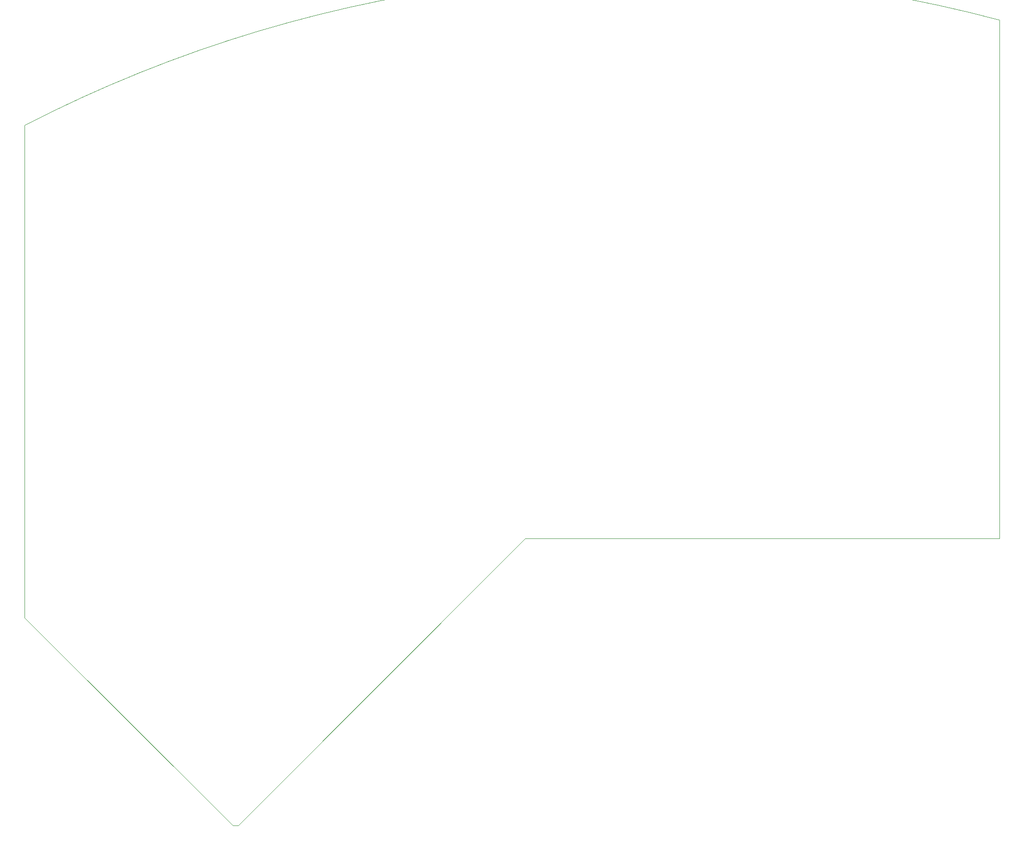
<source format=gbr>
%TF.GenerationSoftware,KiCad,Pcbnew,(6.0.7-1)-1*%
%TF.CreationDate,2022-10-21T15:59:20-04:00*%
%TF.ProjectId,Splitboard-B,53706c69-7462-46f6-9172-642d422e6b69,rev?*%
%TF.SameCoordinates,Original*%
%TF.FileFunction,Profile,NP*%
%FSLAX46Y46*%
G04 Gerber Fmt 4.6, Leading zero omitted, Abs format (unit mm)*
G04 Created by KiCad (PCBNEW (6.0.7-1)-1) date 2022-10-21 15:59:20*
%MOMM*%
%LPD*%
G01*
G04 APERTURE LIST*
%TA.AperFunction,Profile*%
%ADD10C,0.100000*%
%TD*%
G04 APERTURE END LIST*
D10*
X45000000Y-53500000D02*
X45000000Y-132000000D01*
X230000000Y-132000000D02*
X140000000Y-132000000D01*
X230000000Y-33500000D02*
X230000000Y-132000000D01*
X85500000Y-186500000D02*
X84500000Y-186500000D01*
X85500000Y-186500000D02*
X140000000Y-132000000D01*
X45000000Y-147000000D02*
X45000000Y-132000000D01*
X84500000Y-186500000D02*
X45000000Y-147000000D01*
X230000000Y-33500002D02*
G75*
G03*
X45000000Y-53500000I-66610870J-249474468D01*
G01*
M02*

</source>
